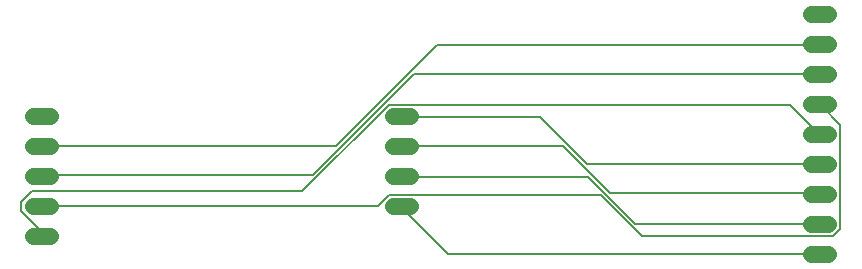
<source format=gbr>
G04 EAGLE Gerber RS-274X export*
G75*
%MOMM*%
%FSLAX34Y34*%
%LPD*%
%INBottom Copper*%
%IPPOS*%
%AMOC8*
5,1,8,0,0,1.08239X$1,22.5*%
G01*
%ADD10C,1.408000*%
%ADD11C,0.152400*%


D10*
X274900Y520700D02*
X288980Y520700D01*
X288980Y495300D02*
X274900Y495300D01*
X274900Y469900D02*
X288980Y469900D01*
X288980Y444500D02*
X274900Y444500D01*
X274900Y419100D02*
X288980Y419100D01*
X579700Y444500D02*
X593780Y444500D01*
X593780Y520700D02*
X579700Y520700D01*
X579700Y495300D02*
X593780Y495300D01*
X593780Y469900D02*
X579700Y469900D01*
X934030Y607060D02*
X948110Y607060D01*
X948110Y581660D02*
X934030Y581660D01*
X934030Y556260D02*
X948110Y556260D01*
X948110Y530860D02*
X934030Y530860D01*
X934030Y505460D02*
X948110Y505460D01*
X948110Y480060D02*
X934030Y480060D01*
X934030Y454660D02*
X948110Y454660D01*
X948110Y429260D02*
X934030Y429260D01*
X934030Y403860D02*
X948110Y403860D01*
D11*
X531876Y495300D02*
X281940Y495300D01*
X531876Y495300D02*
X617220Y580644D01*
X940308Y580644D01*
X941070Y581660D01*
X512064Y470916D02*
X281940Y470916D01*
X512064Y470916D02*
X597408Y556260D01*
X941070Y556260D01*
X281940Y470916D02*
X281940Y469900D01*
X281940Y445008D02*
X566928Y445008D01*
X576072Y454152D01*
X755904Y454152D01*
X790956Y419100D01*
X952500Y419100D01*
X958596Y425196D01*
X958596Y513588D01*
X941832Y530352D01*
X281940Y445008D02*
X281940Y444500D01*
X941070Y530860D02*
X941832Y530352D01*
X281940Y423672D02*
X281940Y419100D01*
X281940Y423672D02*
X265176Y440436D01*
X265176Y448056D01*
X274320Y457200D01*
X502920Y457200D01*
X576072Y530352D01*
X915924Y530352D01*
X940308Y505968D01*
X941070Y505460D01*
X941070Y480060D02*
X743712Y480060D01*
X704088Y519684D01*
X586740Y519684D01*
X586740Y520700D01*
X763524Y455676D02*
X940308Y455676D01*
X763524Y455676D02*
X723900Y495300D01*
X586740Y495300D01*
X940308Y455676D02*
X941070Y454660D01*
X940308Y429768D02*
X784860Y429768D01*
X745236Y469392D01*
X586740Y469392D01*
X940308Y429768D02*
X941070Y429260D01*
X586740Y469392D02*
X586740Y469900D01*
X626364Y403860D02*
X941070Y403860D01*
X626364Y403860D02*
X586740Y443484D01*
X586740Y444500D01*
M02*

</source>
